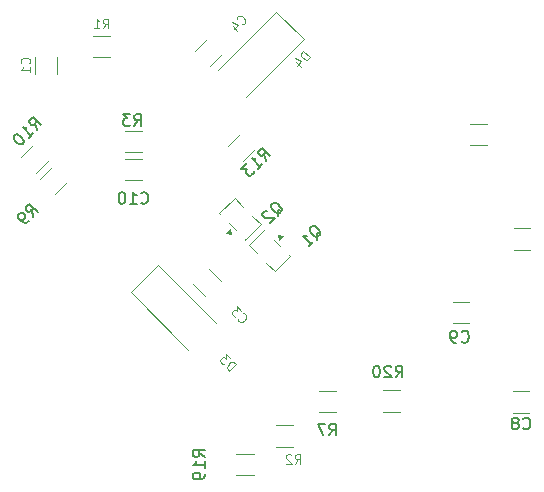
<source format=gbr>
%TF.GenerationSoftware,KiCad,Pcbnew,9.0.5*%
%TF.CreationDate,2025-12-21T21:47:29+01:00*%
%TF.ProjectId,Amplifier Compound,416d706c-6966-4696-9572-20436f6d706f,rev?*%
%TF.SameCoordinates,Original*%
%TF.FileFunction,Legend,Bot*%
%TF.FilePolarity,Positive*%
%FSLAX46Y46*%
G04 Gerber Fmt 4.6, Leading zero omitted, Abs format (unit mm)*
G04 Created by KiCad (PCBNEW 9.0.5) date 2025-12-21 21:47:29*
%MOMM*%
%LPD*%
G01*
G04 APERTURE LIST*
%ADD10C,0.150000*%
%ADD11C,0.120000*%
G04 APERTURE END LIST*
D10*
X180796292Y-84341604D02*
X180829964Y-84240589D01*
X180829964Y-84240589D02*
X180829964Y-84105902D01*
X180829964Y-84105902D02*
X180829964Y-83903871D01*
X180829964Y-83903871D02*
X180863636Y-83802856D01*
X180863636Y-83802856D02*
X180930979Y-83735513D01*
X181065666Y-83937543D02*
X181099338Y-83836528D01*
X181099338Y-83836528D02*
X181099338Y-83701841D01*
X181099338Y-83701841D02*
X180998323Y-83533482D01*
X180998323Y-83533482D02*
X180762620Y-83297780D01*
X180762620Y-83297780D02*
X180594262Y-83196765D01*
X180594262Y-83196765D02*
X180459575Y-83196765D01*
X180459575Y-83196765D02*
X180358559Y-83230436D01*
X180358559Y-83230436D02*
X180223872Y-83365123D01*
X180223872Y-83365123D02*
X180190201Y-83466139D01*
X180190201Y-83466139D02*
X180190201Y-83600826D01*
X180190201Y-83600826D02*
X180291216Y-83769184D01*
X180291216Y-83769184D02*
X180526918Y-84004887D01*
X180526918Y-84004887D02*
X180695277Y-84105902D01*
X180695277Y-84105902D02*
X180829964Y-84105902D01*
X180829964Y-84105902D02*
X180930979Y-84072230D01*
X180930979Y-84072230D02*
X181065666Y-83937543D01*
X179853483Y-83870200D02*
X179786140Y-83870200D01*
X179786140Y-83870200D02*
X179685124Y-83903871D01*
X179685124Y-83903871D02*
X179516766Y-84072230D01*
X179516766Y-84072230D02*
X179483094Y-84173245D01*
X179483094Y-84173245D02*
X179483094Y-84240589D01*
X179483094Y-84240589D02*
X179516766Y-84341604D01*
X179516766Y-84341604D02*
X179584109Y-84408948D01*
X179584109Y-84408948D02*
X179718796Y-84476291D01*
X179718796Y-84476291D02*
X180526918Y-84476291D01*
X180526918Y-84476291D02*
X180089185Y-84914024D01*
D11*
X183514812Y-70889755D02*
X182949127Y-70324069D01*
X182949127Y-70324069D02*
X182814440Y-70458756D01*
X182814440Y-70458756D02*
X182760565Y-70566506D01*
X182760565Y-70566506D02*
X182760565Y-70674255D01*
X182760565Y-70674255D02*
X182787503Y-70755068D01*
X182787503Y-70755068D02*
X182868315Y-70889755D01*
X182868315Y-70889755D02*
X182949127Y-70970567D01*
X182949127Y-70970567D02*
X183083814Y-71051379D01*
X183083814Y-71051379D02*
X183164626Y-71078316D01*
X183164626Y-71078316D02*
X183272376Y-71078316D01*
X183272376Y-71078316D02*
X183380125Y-71024442D01*
X183380125Y-71024442D02*
X183514812Y-70889755D01*
X182329567Y-71320753D02*
X182706690Y-71697877D01*
X182248755Y-70970567D02*
X182787503Y-71239941D01*
X182787503Y-71239941D02*
X182437316Y-71590127D01*
D10*
X201546666Y-102299580D02*
X201594285Y-102347200D01*
X201594285Y-102347200D02*
X201737142Y-102394819D01*
X201737142Y-102394819D02*
X201832380Y-102394819D01*
X201832380Y-102394819D02*
X201975237Y-102347200D01*
X201975237Y-102347200D02*
X202070475Y-102251961D01*
X202070475Y-102251961D02*
X202118094Y-102156723D01*
X202118094Y-102156723D02*
X202165713Y-101966247D01*
X202165713Y-101966247D02*
X202165713Y-101823390D01*
X202165713Y-101823390D02*
X202118094Y-101632914D01*
X202118094Y-101632914D02*
X202070475Y-101537676D01*
X202070475Y-101537676D02*
X201975237Y-101442438D01*
X201975237Y-101442438D02*
X201832380Y-101394819D01*
X201832380Y-101394819D02*
X201737142Y-101394819D01*
X201737142Y-101394819D02*
X201594285Y-101442438D01*
X201594285Y-101442438D02*
X201546666Y-101490057D01*
X200975237Y-101823390D02*
X201070475Y-101775771D01*
X201070475Y-101775771D02*
X201118094Y-101728152D01*
X201118094Y-101728152D02*
X201165713Y-101632914D01*
X201165713Y-101632914D02*
X201165713Y-101585295D01*
X201165713Y-101585295D02*
X201118094Y-101490057D01*
X201118094Y-101490057D02*
X201070475Y-101442438D01*
X201070475Y-101442438D02*
X200975237Y-101394819D01*
X200975237Y-101394819D02*
X200784761Y-101394819D01*
X200784761Y-101394819D02*
X200689523Y-101442438D01*
X200689523Y-101442438D02*
X200641904Y-101490057D01*
X200641904Y-101490057D02*
X200594285Y-101585295D01*
X200594285Y-101585295D02*
X200594285Y-101632914D01*
X200594285Y-101632914D02*
X200641904Y-101728152D01*
X200641904Y-101728152D02*
X200689523Y-101775771D01*
X200689523Y-101775771D02*
X200784761Y-101823390D01*
X200784761Y-101823390D02*
X200975237Y-101823390D01*
X200975237Y-101823390D02*
X201070475Y-101871009D01*
X201070475Y-101871009D02*
X201118094Y-101918628D01*
X201118094Y-101918628D02*
X201165713Y-102013866D01*
X201165713Y-102013866D02*
X201165713Y-102204342D01*
X201165713Y-102204342D02*
X201118094Y-102299580D01*
X201118094Y-102299580D02*
X201070475Y-102347200D01*
X201070475Y-102347200D02*
X200975237Y-102394819D01*
X200975237Y-102394819D02*
X200784761Y-102394819D01*
X200784761Y-102394819D02*
X200689523Y-102347200D01*
X200689523Y-102347200D02*
X200641904Y-102299580D01*
X200641904Y-102299580D02*
X200594285Y-102204342D01*
X200594285Y-102204342D02*
X200594285Y-102013866D01*
X200594285Y-102013866D02*
X200641904Y-101918628D01*
X200641904Y-101918628D02*
X200689523Y-101871009D01*
X200689523Y-101871009D02*
X200784761Y-101823390D01*
X185146666Y-102904819D02*
X185479999Y-102428628D01*
X185718094Y-102904819D02*
X185718094Y-101904819D01*
X185718094Y-101904819D02*
X185337142Y-101904819D01*
X185337142Y-101904819D02*
X185241904Y-101952438D01*
X185241904Y-101952438D02*
X185194285Y-102000057D01*
X185194285Y-102000057D02*
X185146666Y-102095295D01*
X185146666Y-102095295D02*
X185146666Y-102238152D01*
X185146666Y-102238152D02*
X185194285Y-102333390D01*
X185194285Y-102333390D02*
X185241904Y-102381009D01*
X185241904Y-102381009D02*
X185337142Y-102428628D01*
X185337142Y-102428628D02*
X185718094Y-102428628D01*
X184813332Y-101904819D02*
X184146666Y-101904819D01*
X184146666Y-101904819D02*
X184575237Y-102904819D01*
X160352707Y-77047036D02*
X160251692Y-76474617D01*
X160756768Y-76642975D02*
X160049661Y-75935869D01*
X160049661Y-75935869D02*
X159780287Y-76205243D01*
X159780287Y-76205243D02*
X159746615Y-76306258D01*
X159746615Y-76306258D02*
X159746615Y-76373601D01*
X159746615Y-76373601D02*
X159780287Y-76474617D01*
X159780287Y-76474617D02*
X159881302Y-76575632D01*
X159881302Y-76575632D02*
X159982318Y-76609304D01*
X159982318Y-76609304D02*
X160049661Y-76609304D01*
X160049661Y-76609304D02*
X160150676Y-76575632D01*
X160150676Y-76575632D02*
X160420050Y-76306258D01*
X159679272Y-77720471D02*
X160083333Y-77316410D01*
X159881302Y-77518441D02*
X159174196Y-76811334D01*
X159174196Y-76811334D02*
X159342554Y-76845006D01*
X159342554Y-76845006D02*
X159477241Y-76845006D01*
X159477241Y-76845006D02*
X159578257Y-76811334D01*
X158534432Y-77451098D02*
X158467089Y-77518441D01*
X158467089Y-77518441D02*
X158433417Y-77619456D01*
X158433417Y-77619456D02*
X158433417Y-77686800D01*
X158433417Y-77686800D02*
X158467089Y-77787815D01*
X158467089Y-77787815D02*
X158568104Y-77956174D01*
X158568104Y-77956174D02*
X158736463Y-78124533D01*
X158736463Y-78124533D02*
X158904821Y-78225548D01*
X158904821Y-78225548D02*
X159005837Y-78259220D01*
X159005837Y-78259220D02*
X159073180Y-78259220D01*
X159073180Y-78259220D02*
X159174195Y-78225548D01*
X159174195Y-78225548D02*
X159241539Y-78158204D01*
X159241539Y-78158204D02*
X159275211Y-78057189D01*
X159275211Y-78057189D02*
X159275211Y-77989846D01*
X159275211Y-77989846D02*
X159241539Y-77888830D01*
X159241539Y-77888830D02*
X159140524Y-77720472D01*
X159140524Y-77720472D02*
X158972165Y-77552113D01*
X158972165Y-77552113D02*
X158803806Y-77451098D01*
X158803806Y-77451098D02*
X158702791Y-77417426D01*
X158702791Y-77417426D02*
X158635447Y-77417426D01*
X158635447Y-77417426D02*
X158534432Y-77451098D01*
X184090606Y-86317289D02*
X184124278Y-86216274D01*
X184124278Y-86216274D02*
X184124278Y-86081587D01*
X184124278Y-86081587D02*
X184124278Y-85879556D01*
X184124278Y-85879556D02*
X184157950Y-85778541D01*
X184157950Y-85778541D02*
X184225293Y-85711198D01*
X184359980Y-85913228D02*
X184393652Y-85812213D01*
X184393652Y-85812213D02*
X184393652Y-85677526D01*
X184393652Y-85677526D02*
X184292637Y-85509167D01*
X184292637Y-85509167D02*
X184056934Y-85273465D01*
X184056934Y-85273465D02*
X183888576Y-85172450D01*
X183888576Y-85172450D02*
X183753889Y-85172450D01*
X183753889Y-85172450D02*
X183652873Y-85206121D01*
X183652873Y-85206121D02*
X183518186Y-85340808D01*
X183518186Y-85340808D02*
X183484515Y-85441824D01*
X183484515Y-85441824D02*
X183484515Y-85576511D01*
X183484515Y-85576511D02*
X183585530Y-85744869D01*
X183585530Y-85744869D02*
X183821232Y-85980572D01*
X183821232Y-85980572D02*
X183989591Y-86081587D01*
X183989591Y-86081587D02*
X184124278Y-86081587D01*
X184124278Y-86081587D02*
X184225293Y-86047915D01*
X184225293Y-86047915D02*
X184359980Y-85913228D01*
X183383499Y-86889709D02*
X183787560Y-86485648D01*
X183585530Y-86687678D02*
X182878423Y-85980572D01*
X182878423Y-85980572D02*
X183046782Y-86014243D01*
X183046782Y-86014243D02*
X183181469Y-86014243D01*
X183181469Y-86014243D02*
X183282484Y-85980572D01*
D11*
X182240396Y-105303855D02*
X182507063Y-104922902D01*
X182697539Y-105303855D02*
X182697539Y-104503855D01*
X182697539Y-104503855D02*
X182392777Y-104503855D01*
X182392777Y-104503855D02*
X182316587Y-104541950D01*
X182316587Y-104541950D02*
X182278492Y-104580045D01*
X182278492Y-104580045D02*
X182240396Y-104656236D01*
X182240396Y-104656236D02*
X182240396Y-104770521D01*
X182240396Y-104770521D02*
X182278492Y-104846712D01*
X182278492Y-104846712D02*
X182316587Y-104884807D01*
X182316587Y-104884807D02*
X182392777Y-104922902D01*
X182392777Y-104922902D02*
X182697539Y-104922902D01*
X181935635Y-104580045D02*
X181897539Y-104541950D01*
X181897539Y-104541950D02*
X181821349Y-104503855D01*
X181821349Y-104503855D02*
X181630873Y-104503855D01*
X181630873Y-104503855D02*
X181554682Y-104541950D01*
X181554682Y-104541950D02*
X181516587Y-104580045D01*
X181516587Y-104580045D02*
X181478492Y-104656236D01*
X181478492Y-104656236D02*
X181478492Y-104732426D01*
X181478492Y-104732426D02*
X181516587Y-104846712D01*
X181516587Y-104846712D02*
X181973730Y-105303855D01*
X181973730Y-105303855D02*
X181478492Y-105303855D01*
D10*
X168636666Y-76684819D02*
X168969999Y-76208628D01*
X169208094Y-76684819D02*
X169208094Y-75684819D01*
X169208094Y-75684819D02*
X168827142Y-75684819D01*
X168827142Y-75684819D02*
X168731904Y-75732438D01*
X168731904Y-75732438D02*
X168684285Y-75780057D01*
X168684285Y-75780057D02*
X168636666Y-75875295D01*
X168636666Y-75875295D02*
X168636666Y-76018152D01*
X168636666Y-76018152D02*
X168684285Y-76113390D01*
X168684285Y-76113390D02*
X168731904Y-76161009D01*
X168731904Y-76161009D02*
X168827142Y-76208628D01*
X168827142Y-76208628D02*
X169208094Y-76208628D01*
X168303332Y-75684819D02*
X167684285Y-75684819D01*
X167684285Y-75684819D02*
X168017618Y-76065771D01*
X168017618Y-76065771D02*
X167874761Y-76065771D01*
X167874761Y-76065771D02*
X167779523Y-76113390D01*
X167779523Y-76113390D02*
X167731904Y-76161009D01*
X167731904Y-76161009D02*
X167684285Y-76256247D01*
X167684285Y-76256247D02*
X167684285Y-76494342D01*
X167684285Y-76494342D02*
X167731904Y-76589580D01*
X167731904Y-76589580D02*
X167779523Y-76637200D01*
X167779523Y-76637200D02*
X167874761Y-76684819D01*
X167874761Y-76684819D02*
X168160475Y-76684819D01*
X168160475Y-76684819D02*
X168255713Y-76637200D01*
X168255713Y-76637200D02*
X168303332Y-76589580D01*
X179750179Y-79671041D02*
X179649164Y-79098622D01*
X180154240Y-79266980D02*
X179447133Y-78559874D01*
X179447133Y-78559874D02*
X179177759Y-78829248D01*
X179177759Y-78829248D02*
X179144087Y-78930263D01*
X179144087Y-78930263D02*
X179144087Y-78997606D01*
X179144087Y-78997606D02*
X179177759Y-79098622D01*
X179177759Y-79098622D02*
X179278774Y-79199637D01*
X179278774Y-79199637D02*
X179379790Y-79233309D01*
X179379790Y-79233309D02*
X179447133Y-79233309D01*
X179447133Y-79233309D02*
X179548148Y-79199637D01*
X179548148Y-79199637D02*
X179817522Y-78930263D01*
X179076744Y-80344476D02*
X179480805Y-79940415D01*
X179278774Y-80142446D02*
X178571668Y-79435339D01*
X178571668Y-79435339D02*
X178740026Y-79469011D01*
X178740026Y-79469011D02*
X178874713Y-79469011D01*
X178874713Y-79469011D02*
X178975729Y-79435339D01*
X178133935Y-79873072D02*
X177696202Y-80310805D01*
X177696202Y-80310805D02*
X178201278Y-80344477D01*
X178201278Y-80344477D02*
X178100263Y-80445492D01*
X178100263Y-80445492D02*
X178066591Y-80546507D01*
X178066591Y-80546507D02*
X178066591Y-80613851D01*
X178066591Y-80613851D02*
X178100263Y-80714866D01*
X178100263Y-80714866D02*
X178268622Y-80883225D01*
X178268622Y-80883225D02*
X178369637Y-80916896D01*
X178369637Y-80916896D02*
X178436980Y-80916896D01*
X178436980Y-80916896D02*
X178537996Y-80883225D01*
X178537996Y-80883225D02*
X178740026Y-80681194D01*
X178740026Y-80681194D02*
X178773698Y-80580179D01*
X178773698Y-80580179D02*
X178773698Y-80512835D01*
X160033440Y-84389769D02*
X159932425Y-83817350D01*
X160437501Y-83985708D02*
X159730394Y-83278602D01*
X159730394Y-83278602D02*
X159461020Y-83547976D01*
X159461020Y-83547976D02*
X159427348Y-83648991D01*
X159427348Y-83648991D02*
X159427348Y-83716334D01*
X159427348Y-83716334D02*
X159461020Y-83817350D01*
X159461020Y-83817350D02*
X159562035Y-83918365D01*
X159562035Y-83918365D02*
X159663051Y-83952037D01*
X159663051Y-83952037D02*
X159730394Y-83952037D01*
X159730394Y-83952037D02*
X159831409Y-83918365D01*
X159831409Y-83918365D02*
X160100783Y-83648991D01*
X159696722Y-84726487D02*
X159562035Y-84861174D01*
X159562035Y-84861174D02*
X159461020Y-84894846D01*
X159461020Y-84894846D02*
X159393677Y-84894846D01*
X159393677Y-84894846D02*
X159225318Y-84861174D01*
X159225318Y-84861174D02*
X159056959Y-84760159D01*
X159056959Y-84760159D02*
X158787585Y-84490785D01*
X158787585Y-84490785D02*
X158753913Y-84389769D01*
X158753913Y-84389769D02*
X158753913Y-84322426D01*
X158753913Y-84322426D02*
X158787585Y-84221411D01*
X158787585Y-84221411D02*
X158922272Y-84086724D01*
X158922272Y-84086724D02*
X159023287Y-84053052D01*
X159023287Y-84053052D02*
X159090631Y-84053052D01*
X159090631Y-84053052D02*
X159191646Y-84086724D01*
X159191646Y-84086724D02*
X159360005Y-84255082D01*
X159360005Y-84255082D02*
X159393677Y-84356098D01*
X159393677Y-84356098D02*
X159393677Y-84423441D01*
X159393677Y-84423441D02*
X159360005Y-84524456D01*
X159360005Y-84524456D02*
X159225318Y-84659143D01*
X159225318Y-84659143D02*
X159124303Y-84692815D01*
X159124303Y-84692815D02*
X159056959Y-84692815D01*
X159056959Y-84692815D02*
X158955944Y-84659143D01*
D11*
X165975332Y-68421855D02*
X166241999Y-68040902D01*
X166432475Y-68421855D02*
X166432475Y-67621855D01*
X166432475Y-67621855D02*
X166127713Y-67621855D01*
X166127713Y-67621855D02*
X166051523Y-67659950D01*
X166051523Y-67659950D02*
X166013428Y-67698045D01*
X166013428Y-67698045D02*
X165975332Y-67774236D01*
X165975332Y-67774236D02*
X165975332Y-67888521D01*
X165975332Y-67888521D02*
X166013428Y-67964712D01*
X166013428Y-67964712D02*
X166051523Y-68002807D01*
X166051523Y-68002807D02*
X166127713Y-68040902D01*
X166127713Y-68040902D02*
X166432475Y-68040902D01*
X165213428Y-68421855D02*
X165670571Y-68421855D01*
X165441999Y-68421855D02*
X165441999Y-67621855D01*
X165441999Y-67621855D02*
X165518190Y-67736140D01*
X165518190Y-67736140D02*
X165594380Y-67812331D01*
X165594380Y-67812331D02*
X165670571Y-67850426D01*
X176690796Y-97427880D02*
X177256482Y-96862195D01*
X177256482Y-96862195D02*
X177121795Y-96727508D01*
X177121795Y-96727508D02*
X177014045Y-96673633D01*
X177014045Y-96673633D02*
X176906296Y-96673633D01*
X176906296Y-96673633D02*
X176825483Y-96700571D01*
X176825483Y-96700571D02*
X176690796Y-96781383D01*
X176690796Y-96781383D02*
X176609984Y-96862195D01*
X176609984Y-96862195D02*
X176529172Y-96996882D01*
X176529172Y-96996882D02*
X176502235Y-97077694D01*
X176502235Y-97077694D02*
X176502235Y-97185444D01*
X176502235Y-97185444D02*
X176556109Y-97293193D01*
X176556109Y-97293193D02*
X176690796Y-97427880D01*
X176744671Y-96350384D02*
X176394485Y-96000198D01*
X176394485Y-96000198D02*
X176367548Y-96404259D01*
X176367548Y-96404259D02*
X176286735Y-96323447D01*
X176286735Y-96323447D02*
X176205923Y-96296510D01*
X176205923Y-96296510D02*
X176152048Y-96296510D01*
X176152048Y-96296510D02*
X176071236Y-96323447D01*
X176071236Y-96323447D02*
X175936549Y-96458134D01*
X175936549Y-96458134D02*
X175909612Y-96538946D01*
X175909612Y-96538946D02*
X175909612Y-96592821D01*
X175909612Y-96592821D02*
X175936549Y-96673633D01*
X175936549Y-96673633D02*
X176098174Y-96835258D01*
X176098174Y-96835258D02*
X176178986Y-96862195D01*
X176178986Y-96862195D02*
X176232861Y-96862195D01*
X177381422Y-93030758D02*
X177381422Y-93084633D01*
X177381422Y-93084633D02*
X177435297Y-93192382D01*
X177435297Y-93192382D02*
X177489172Y-93246257D01*
X177489172Y-93246257D02*
X177596922Y-93300132D01*
X177596922Y-93300132D02*
X177704671Y-93300132D01*
X177704671Y-93300132D02*
X177785483Y-93273194D01*
X177785483Y-93273194D02*
X177920170Y-93192382D01*
X177920170Y-93192382D02*
X178000983Y-93111570D01*
X178000983Y-93111570D02*
X178081795Y-92976883D01*
X178081795Y-92976883D02*
X178108732Y-92896071D01*
X178108732Y-92896071D02*
X178108732Y-92788321D01*
X178108732Y-92788321D02*
X178054857Y-92680572D01*
X178054857Y-92680572D02*
X178000983Y-92626697D01*
X178000983Y-92626697D02*
X177893233Y-92572822D01*
X177893233Y-92572822D02*
X177839358Y-92572822D01*
X177704671Y-92330385D02*
X177354485Y-91980199D01*
X177354485Y-91980199D02*
X177327548Y-92384260D01*
X177327548Y-92384260D02*
X177246735Y-92303448D01*
X177246735Y-92303448D02*
X177165923Y-92276511D01*
X177165923Y-92276511D02*
X177112048Y-92276511D01*
X177112048Y-92276511D02*
X177031236Y-92303448D01*
X177031236Y-92303448D02*
X176896549Y-92438135D01*
X176896549Y-92438135D02*
X176869612Y-92518947D01*
X176869612Y-92518947D02*
X176869612Y-92572822D01*
X176869612Y-92572822D02*
X176896549Y-92653634D01*
X176896549Y-92653634D02*
X177058174Y-92815259D01*
X177058174Y-92815259D02*
X177138986Y-92842196D01*
X177138986Y-92842196D02*
X177192861Y-92842196D01*
D10*
X196336666Y-94939580D02*
X196384285Y-94987200D01*
X196384285Y-94987200D02*
X196527142Y-95034819D01*
X196527142Y-95034819D02*
X196622380Y-95034819D01*
X196622380Y-95034819D02*
X196765237Y-94987200D01*
X196765237Y-94987200D02*
X196860475Y-94891961D01*
X196860475Y-94891961D02*
X196908094Y-94796723D01*
X196908094Y-94796723D02*
X196955713Y-94606247D01*
X196955713Y-94606247D02*
X196955713Y-94463390D01*
X196955713Y-94463390D02*
X196908094Y-94272914D01*
X196908094Y-94272914D02*
X196860475Y-94177676D01*
X196860475Y-94177676D02*
X196765237Y-94082438D01*
X196765237Y-94082438D02*
X196622380Y-94034819D01*
X196622380Y-94034819D02*
X196527142Y-94034819D01*
X196527142Y-94034819D02*
X196384285Y-94082438D01*
X196384285Y-94082438D02*
X196336666Y-94130057D01*
X195860475Y-95034819D02*
X195669999Y-95034819D01*
X195669999Y-95034819D02*
X195574761Y-94987200D01*
X195574761Y-94987200D02*
X195527142Y-94939580D01*
X195527142Y-94939580D02*
X195431904Y-94796723D01*
X195431904Y-94796723D02*
X195384285Y-94606247D01*
X195384285Y-94606247D02*
X195384285Y-94225295D01*
X195384285Y-94225295D02*
X195431904Y-94130057D01*
X195431904Y-94130057D02*
X195479523Y-94082438D01*
X195479523Y-94082438D02*
X195574761Y-94034819D01*
X195574761Y-94034819D02*
X195765237Y-94034819D01*
X195765237Y-94034819D02*
X195860475Y-94082438D01*
X195860475Y-94082438D02*
X195908094Y-94130057D01*
X195908094Y-94130057D02*
X195955713Y-94225295D01*
X195955713Y-94225295D02*
X195955713Y-94463390D01*
X195955713Y-94463390D02*
X195908094Y-94558628D01*
X195908094Y-94558628D02*
X195860475Y-94606247D01*
X195860475Y-94606247D02*
X195765237Y-94653866D01*
X195765237Y-94653866D02*
X195574761Y-94653866D01*
X195574761Y-94653866D02*
X195479523Y-94606247D01*
X195479523Y-94606247D02*
X195431904Y-94558628D01*
X195431904Y-94558628D02*
X195384285Y-94463390D01*
X174594819Y-104717142D02*
X174118628Y-104383809D01*
X174594819Y-104145714D02*
X173594819Y-104145714D01*
X173594819Y-104145714D02*
X173594819Y-104526666D01*
X173594819Y-104526666D02*
X173642438Y-104621904D01*
X173642438Y-104621904D02*
X173690057Y-104669523D01*
X173690057Y-104669523D02*
X173785295Y-104717142D01*
X173785295Y-104717142D02*
X173928152Y-104717142D01*
X173928152Y-104717142D02*
X174023390Y-104669523D01*
X174023390Y-104669523D02*
X174071009Y-104621904D01*
X174071009Y-104621904D02*
X174118628Y-104526666D01*
X174118628Y-104526666D02*
X174118628Y-104145714D01*
X174594819Y-105669523D02*
X174594819Y-105098095D01*
X174594819Y-105383809D02*
X173594819Y-105383809D01*
X173594819Y-105383809D02*
X173737676Y-105288571D01*
X173737676Y-105288571D02*
X173832914Y-105193333D01*
X173832914Y-105193333D02*
X173880533Y-105098095D01*
X174594819Y-106145714D02*
X174594819Y-106336190D01*
X174594819Y-106336190D02*
X174547200Y-106431428D01*
X174547200Y-106431428D02*
X174499580Y-106479047D01*
X174499580Y-106479047D02*
X174356723Y-106574285D01*
X174356723Y-106574285D02*
X174166247Y-106621904D01*
X174166247Y-106621904D02*
X173785295Y-106621904D01*
X173785295Y-106621904D02*
X173690057Y-106574285D01*
X173690057Y-106574285D02*
X173642438Y-106526666D01*
X173642438Y-106526666D02*
X173594819Y-106431428D01*
X173594819Y-106431428D02*
X173594819Y-106240952D01*
X173594819Y-106240952D02*
X173642438Y-106145714D01*
X173642438Y-106145714D02*
X173690057Y-106098095D01*
X173690057Y-106098095D02*
X173785295Y-106050476D01*
X173785295Y-106050476D02*
X174023390Y-106050476D01*
X174023390Y-106050476D02*
X174118628Y-106098095D01*
X174118628Y-106098095D02*
X174166247Y-106145714D01*
X174166247Y-106145714D02*
X174213866Y-106240952D01*
X174213866Y-106240952D02*
X174213866Y-106431428D01*
X174213866Y-106431428D02*
X174166247Y-106526666D01*
X174166247Y-106526666D02*
X174118628Y-106574285D01*
X174118628Y-106574285D02*
X174023390Y-106621904D01*
D11*
X177769182Y-68100251D02*
X177823057Y-68100251D01*
X177823057Y-68100251D02*
X177930806Y-68046376D01*
X177930806Y-68046376D02*
X177984681Y-67992501D01*
X177984681Y-67992501D02*
X178038556Y-67884751D01*
X178038556Y-67884751D02*
X178038556Y-67777002D01*
X178038556Y-67777002D02*
X178011618Y-67696190D01*
X178011618Y-67696190D02*
X177930806Y-67561503D01*
X177930806Y-67561503D02*
X177849994Y-67480690D01*
X177849994Y-67480690D02*
X177715307Y-67399878D01*
X177715307Y-67399878D02*
X177634495Y-67372941D01*
X177634495Y-67372941D02*
X177526745Y-67372941D01*
X177526745Y-67372941D02*
X177418996Y-67426816D01*
X177418996Y-67426816D02*
X177365121Y-67480690D01*
X177365121Y-67480690D02*
X177311246Y-67588440D01*
X177311246Y-67588440D02*
X177311246Y-67642315D01*
X176961060Y-68261875D02*
X177338183Y-68638999D01*
X176880248Y-67911689D02*
X177418996Y-68181063D01*
X177418996Y-68181063D02*
X177068809Y-68531249D01*
D10*
X169202857Y-83199580D02*
X169250476Y-83247200D01*
X169250476Y-83247200D02*
X169393333Y-83294819D01*
X169393333Y-83294819D02*
X169488571Y-83294819D01*
X169488571Y-83294819D02*
X169631428Y-83247200D01*
X169631428Y-83247200D02*
X169726666Y-83151961D01*
X169726666Y-83151961D02*
X169774285Y-83056723D01*
X169774285Y-83056723D02*
X169821904Y-82866247D01*
X169821904Y-82866247D02*
X169821904Y-82723390D01*
X169821904Y-82723390D02*
X169774285Y-82532914D01*
X169774285Y-82532914D02*
X169726666Y-82437676D01*
X169726666Y-82437676D02*
X169631428Y-82342438D01*
X169631428Y-82342438D02*
X169488571Y-82294819D01*
X169488571Y-82294819D02*
X169393333Y-82294819D01*
X169393333Y-82294819D02*
X169250476Y-82342438D01*
X169250476Y-82342438D02*
X169202857Y-82390057D01*
X168250476Y-83294819D02*
X168821904Y-83294819D01*
X168536190Y-83294819D02*
X168536190Y-82294819D01*
X168536190Y-82294819D02*
X168631428Y-82437676D01*
X168631428Y-82437676D02*
X168726666Y-82532914D01*
X168726666Y-82532914D02*
X168821904Y-82580533D01*
X167631428Y-82294819D02*
X167536190Y-82294819D01*
X167536190Y-82294819D02*
X167440952Y-82342438D01*
X167440952Y-82342438D02*
X167393333Y-82390057D01*
X167393333Y-82390057D02*
X167345714Y-82485295D01*
X167345714Y-82485295D02*
X167298095Y-82675771D01*
X167298095Y-82675771D02*
X167298095Y-82913866D01*
X167298095Y-82913866D02*
X167345714Y-83104342D01*
X167345714Y-83104342D02*
X167393333Y-83199580D01*
X167393333Y-83199580D02*
X167440952Y-83247200D01*
X167440952Y-83247200D02*
X167536190Y-83294819D01*
X167536190Y-83294819D02*
X167631428Y-83294819D01*
X167631428Y-83294819D02*
X167726666Y-83247200D01*
X167726666Y-83247200D02*
X167774285Y-83199580D01*
X167774285Y-83199580D02*
X167821904Y-83104342D01*
X167821904Y-83104342D02*
X167869523Y-82913866D01*
X167869523Y-82913866D02*
X167869523Y-82675771D01*
X167869523Y-82675771D02*
X167821904Y-82485295D01*
X167821904Y-82485295D02*
X167774285Y-82390057D01*
X167774285Y-82390057D02*
X167726666Y-82342438D01*
X167726666Y-82342438D02*
X167631428Y-82294819D01*
D11*
X159723664Y-71408667D02*
X159761760Y-71370571D01*
X159761760Y-71370571D02*
X159799855Y-71256286D01*
X159799855Y-71256286D02*
X159799855Y-71180095D01*
X159799855Y-71180095D02*
X159761760Y-71065809D01*
X159761760Y-71065809D02*
X159685569Y-70989619D01*
X159685569Y-70989619D02*
X159609379Y-70951524D01*
X159609379Y-70951524D02*
X159456998Y-70913428D01*
X159456998Y-70913428D02*
X159342712Y-70913428D01*
X159342712Y-70913428D02*
X159190331Y-70951524D01*
X159190331Y-70951524D02*
X159114140Y-70989619D01*
X159114140Y-70989619D02*
X159037950Y-71065809D01*
X159037950Y-71065809D02*
X158999855Y-71180095D01*
X158999855Y-71180095D02*
X158999855Y-71256286D01*
X158999855Y-71256286D02*
X159037950Y-71370571D01*
X159037950Y-71370571D02*
X159076045Y-71408667D01*
X159799855Y-72170571D02*
X159799855Y-71713428D01*
X159799855Y-71942000D02*
X158999855Y-71942000D01*
X158999855Y-71942000D02*
X159114140Y-71865809D01*
X159114140Y-71865809D02*
X159190331Y-71789619D01*
X159190331Y-71789619D02*
X159228426Y-71713428D01*
D10*
X190762857Y-97984819D02*
X191096190Y-97508628D01*
X191334285Y-97984819D02*
X191334285Y-96984819D01*
X191334285Y-96984819D02*
X190953333Y-96984819D01*
X190953333Y-96984819D02*
X190858095Y-97032438D01*
X190858095Y-97032438D02*
X190810476Y-97080057D01*
X190810476Y-97080057D02*
X190762857Y-97175295D01*
X190762857Y-97175295D02*
X190762857Y-97318152D01*
X190762857Y-97318152D02*
X190810476Y-97413390D01*
X190810476Y-97413390D02*
X190858095Y-97461009D01*
X190858095Y-97461009D02*
X190953333Y-97508628D01*
X190953333Y-97508628D02*
X191334285Y-97508628D01*
X190381904Y-97080057D02*
X190334285Y-97032438D01*
X190334285Y-97032438D02*
X190239047Y-96984819D01*
X190239047Y-96984819D02*
X190000952Y-96984819D01*
X190000952Y-96984819D02*
X189905714Y-97032438D01*
X189905714Y-97032438D02*
X189858095Y-97080057D01*
X189858095Y-97080057D02*
X189810476Y-97175295D01*
X189810476Y-97175295D02*
X189810476Y-97270533D01*
X189810476Y-97270533D02*
X189858095Y-97413390D01*
X189858095Y-97413390D02*
X190429523Y-97984819D01*
X190429523Y-97984819D02*
X189810476Y-97984819D01*
X189191428Y-96984819D02*
X189096190Y-96984819D01*
X189096190Y-96984819D02*
X189000952Y-97032438D01*
X189000952Y-97032438D02*
X188953333Y-97080057D01*
X188953333Y-97080057D02*
X188905714Y-97175295D01*
X188905714Y-97175295D02*
X188858095Y-97365771D01*
X188858095Y-97365771D02*
X188858095Y-97603866D01*
X188858095Y-97603866D02*
X188905714Y-97794342D01*
X188905714Y-97794342D02*
X188953333Y-97889580D01*
X188953333Y-97889580D02*
X189000952Y-97937200D01*
X189000952Y-97937200D02*
X189096190Y-97984819D01*
X189096190Y-97984819D02*
X189191428Y-97984819D01*
X189191428Y-97984819D02*
X189286666Y-97937200D01*
X189286666Y-97937200D02*
X189334285Y-97889580D01*
X189334285Y-97889580D02*
X189381904Y-97794342D01*
X189381904Y-97794342D02*
X189429523Y-97603866D01*
X189429523Y-97603866D02*
X189429523Y-97365771D01*
X189429523Y-97365771D02*
X189381904Y-97175295D01*
X189381904Y-97175295D02*
X189334285Y-97080057D01*
X189334285Y-97080057D02*
X189286666Y-97032438D01*
X189286666Y-97032438D02*
X189191428Y-96984819D01*
D11*
%TO.C,R17*%
X197012936Y-78350000D02*
X198467064Y-78350000D01*
X197012936Y-76530000D02*
X198467064Y-76530000D01*
%TO.C,Q2*%
X175836289Y-84107539D02*
X175871645Y-84142894D01*
X176663604Y-84934854D02*
X177215147Y-85486397D01*
X177123224Y-82820604D02*
X175836289Y-84107539D01*
X177830330Y-83527711D02*
X177123224Y-82820604D01*
X178007107Y-86278356D02*
X178042462Y-86313712D01*
X178042462Y-86313712D02*
X179329397Y-85026777D01*
X179329397Y-85026777D02*
X178622290Y-84319671D01*
X176826239Y-85861163D02*
X176423188Y-85797524D01*
X176762599Y-85458113D01*
X176826239Y-85861163D01*
G36*
X176826239Y-85861163D02*
G01*
X176423188Y-85797524D01*
X176762599Y-85458113D01*
X176826239Y-85861163D01*
G37*
%TO.C,D4*%
X180625096Y-67045071D02*
X175746059Y-71924108D01*
X180625096Y-67045071D02*
X182958548Y-69378523D01*
X182958548Y-69378523D02*
X178079511Y-74257560D01*
%TO.C,C8*%
X200668748Y-99180000D02*
X202091252Y-99180000D01*
X200668748Y-101000000D02*
X202091252Y-101000000D01*
%TO.C,R7*%
X184252936Y-99100000D02*
X185707064Y-99100000D01*
X184252936Y-100920000D02*
X185707064Y-100920000D01*
%TO.C,R10*%
X159062421Y-79360645D02*
X160090645Y-78332421D01*
X160349355Y-80647579D02*
X161377579Y-79619355D01*
%TO.C,Q1*%
X178310603Y-86773223D02*
X179017710Y-87480329D01*
X179597538Y-85486288D02*
X178310603Y-86773223D01*
X179632893Y-85521644D02*
X179597538Y-85486288D01*
X179809670Y-88272289D02*
X180516776Y-88979396D01*
X180516776Y-88979396D02*
X181803711Y-87692461D01*
X180976396Y-86865146D02*
X180424853Y-86313603D01*
X181803711Y-87692461D02*
X181768355Y-87657106D01*
X181216812Y-86002476D02*
X180877401Y-86341887D01*
X180813761Y-85938837D01*
X181216812Y-86002476D01*
G36*
X181216812Y-86002476D02*
G01*
X180877401Y-86341887D01*
X180813761Y-85938837D01*
X181216812Y-86002476D01*
G37*
%TO.C,R2*%
X180652936Y-102060000D02*
X182107064Y-102060000D01*
X180652936Y-103880000D02*
X182107064Y-103880000D01*
%TO.C,R3*%
X167832936Y-77110000D02*
X169287064Y-77110000D01*
X167832936Y-78930000D02*
X169287064Y-78930000D01*
%TO.C,R13*%
X176522421Y-78380645D02*
X177550645Y-77352421D01*
X177809355Y-79667579D02*
X178837579Y-78639355D01*
%TO.C,R9*%
X160656405Y-81196661D02*
X161684629Y-80168437D01*
X161943339Y-82483595D02*
X162971563Y-81455371D01*
%TO.C,R1*%
X165124936Y-69068000D02*
X166579064Y-69068000D01*
X165124936Y-70888000D02*
X166579064Y-70888000D01*
%TO.C,D3*%
X168322556Y-90798523D02*
X170656008Y-88465071D01*
X168322556Y-90798523D02*
X173201593Y-95677560D01*
X170656008Y-88465071D02*
X175535045Y-93344108D01*
%TO.C,C3*%
X173639008Y-90088457D02*
X174644870Y-91094319D01*
X174925942Y-88801523D02*
X175931804Y-89807385D01*
%TO.C,C9*%
X195578748Y-91590000D02*
X197001252Y-91590000D01*
X195578748Y-93410000D02*
X197001252Y-93410000D01*
%TO.C,R19*%
X177272936Y-104450000D02*
X178727064Y-104450000D01*
X177272936Y-106270000D02*
X178727064Y-106270000D01*
%TO.C,C4*%
X173744154Y-70332531D02*
X174750016Y-69326669D01*
X175031088Y-71619465D02*
X176036950Y-70613603D01*
%TO.C,C10*%
X169271252Y-79470000D02*
X167848748Y-79470000D01*
X169271252Y-81290000D02*
X167848748Y-81290000D01*
%TO.C,C7*%
X200748748Y-85340000D02*
X202171252Y-85340000D01*
X200748748Y-87160000D02*
X202171252Y-87160000D01*
%TO.C,C1*%
X160242000Y-70866748D02*
X160242000Y-72289252D01*
X162062000Y-70866748D02*
X162062000Y-72289252D01*
%TO.C,R20*%
X189682936Y-99090000D02*
X191137064Y-99090000D01*
X189682936Y-100910000D02*
X191137064Y-100910000D01*
%TD*%
M02*

</source>
